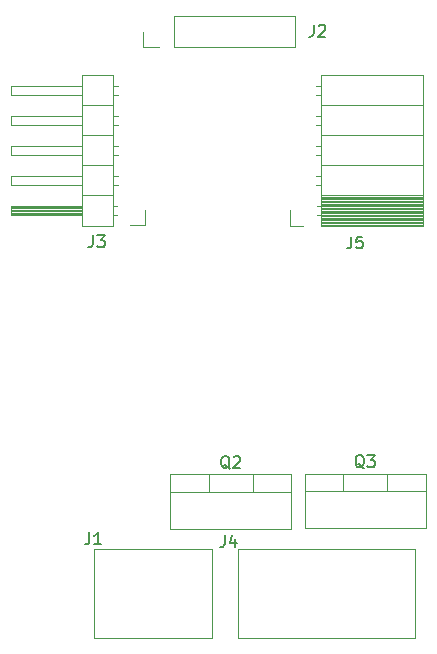
<source format=gbr>
%TF.GenerationSoftware,KiCad,Pcbnew,7.0.6-1.fc38*%
%TF.CreationDate,2023-08-19T18:40:52-03:00*%
%TF.ProjectId,CeilingFanControl,4365696c-696e-4674-9661-6e436f6e7472,rev?*%
%TF.SameCoordinates,Original*%
%TF.FileFunction,Legend,Top*%
%TF.FilePolarity,Positive*%
%FSLAX46Y46*%
G04 Gerber Fmt 4.6, Leading zero omitted, Abs format (unit mm)*
G04 Created by KiCad (PCBNEW 7.0.6-1.fc38) date 2023-08-19 18:40:52*
%MOMM*%
%LPD*%
G01*
G04 APERTURE LIST*
%ADD10C,0.150000*%
%ADD11C,0.120000*%
%ADD12C,0.100000*%
G04 APERTURE END LIST*
D10*
X34966666Y-18754819D02*
X34966666Y-19469104D01*
X34966666Y-19469104D02*
X34919047Y-19611961D01*
X34919047Y-19611961D02*
X34823809Y-19707200D01*
X34823809Y-19707200D02*
X34680952Y-19754819D01*
X34680952Y-19754819D02*
X34585714Y-19754819D01*
X35395238Y-18850057D02*
X35442857Y-18802438D01*
X35442857Y-18802438D02*
X35538095Y-18754819D01*
X35538095Y-18754819D02*
X35776190Y-18754819D01*
X35776190Y-18754819D02*
X35871428Y-18802438D01*
X35871428Y-18802438D02*
X35919047Y-18850057D01*
X35919047Y-18850057D02*
X35966666Y-18945295D01*
X35966666Y-18945295D02*
X35966666Y-19040533D01*
X35966666Y-19040533D02*
X35919047Y-19183390D01*
X35919047Y-19183390D02*
X35347619Y-19754819D01*
X35347619Y-19754819D02*
X35966666Y-19754819D01*
X15966666Y-61724819D02*
X15966666Y-62439104D01*
X15966666Y-62439104D02*
X15919047Y-62581961D01*
X15919047Y-62581961D02*
X15823809Y-62677200D01*
X15823809Y-62677200D02*
X15680952Y-62724819D01*
X15680952Y-62724819D02*
X15585714Y-62724819D01*
X16966666Y-62724819D02*
X16395238Y-62724819D01*
X16680952Y-62724819D02*
X16680952Y-61724819D01*
X16680952Y-61724819D02*
X16585714Y-61867676D01*
X16585714Y-61867676D02*
X16490476Y-61962914D01*
X16490476Y-61962914D02*
X16395238Y-62010533D01*
X16276666Y-36584819D02*
X16276666Y-37299104D01*
X16276666Y-37299104D02*
X16229047Y-37441961D01*
X16229047Y-37441961D02*
X16133809Y-37537200D01*
X16133809Y-37537200D02*
X15990952Y-37584819D01*
X15990952Y-37584819D02*
X15895714Y-37584819D01*
X16657619Y-36584819D02*
X17276666Y-36584819D01*
X17276666Y-36584819D02*
X16943333Y-36965771D01*
X16943333Y-36965771D02*
X17086190Y-36965771D01*
X17086190Y-36965771D02*
X17181428Y-37013390D01*
X17181428Y-37013390D02*
X17229047Y-37061009D01*
X17229047Y-37061009D02*
X17276666Y-37156247D01*
X17276666Y-37156247D02*
X17276666Y-37394342D01*
X17276666Y-37394342D02*
X17229047Y-37489580D01*
X17229047Y-37489580D02*
X17181428Y-37537200D01*
X17181428Y-37537200D02*
X17086190Y-37584819D01*
X17086190Y-37584819D02*
X16800476Y-37584819D01*
X16800476Y-37584819D02*
X16705238Y-37537200D01*
X16705238Y-37537200D02*
X16657619Y-37489580D01*
X39234761Y-56290057D02*
X39139523Y-56242438D01*
X39139523Y-56242438D02*
X39044285Y-56147200D01*
X39044285Y-56147200D02*
X38901428Y-56004342D01*
X38901428Y-56004342D02*
X38806190Y-55956723D01*
X38806190Y-55956723D02*
X38710952Y-55956723D01*
X38758571Y-56194819D02*
X38663333Y-56147200D01*
X38663333Y-56147200D02*
X38568095Y-56051961D01*
X38568095Y-56051961D02*
X38520476Y-55861485D01*
X38520476Y-55861485D02*
X38520476Y-55528152D01*
X38520476Y-55528152D02*
X38568095Y-55337676D01*
X38568095Y-55337676D02*
X38663333Y-55242438D01*
X38663333Y-55242438D02*
X38758571Y-55194819D01*
X38758571Y-55194819D02*
X38949047Y-55194819D01*
X38949047Y-55194819D02*
X39044285Y-55242438D01*
X39044285Y-55242438D02*
X39139523Y-55337676D01*
X39139523Y-55337676D02*
X39187142Y-55528152D01*
X39187142Y-55528152D02*
X39187142Y-55861485D01*
X39187142Y-55861485D02*
X39139523Y-56051961D01*
X39139523Y-56051961D02*
X39044285Y-56147200D01*
X39044285Y-56147200D02*
X38949047Y-56194819D01*
X38949047Y-56194819D02*
X38758571Y-56194819D01*
X39520476Y-55194819D02*
X40139523Y-55194819D01*
X40139523Y-55194819D02*
X39806190Y-55575771D01*
X39806190Y-55575771D02*
X39949047Y-55575771D01*
X39949047Y-55575771D02*
X40044285Y-55623390D01*
X40044285Y-55623390D02*
X40091904Y-55671009D01*
X40091904Y-55671009D02*
X40139523Y-55766247D01*
X40139523Y-55766247D02*
X40139523Y-56004342D01*
X40139523Y-56004342D02*
X40091904Y-56099580D01*
X40091904Y-56099580D02*
X40044285Y-56147200D01*
X40044285Y-56147200D02*
X39949047Y-56194819D01*
X39949047Y-56194819D02*
X39663333Y-56194819D01*
X39663333Y-56194819D02*
X39568095Y-56147200D01*
X39568095Y-56147200D02*
X39520476Y-56099580D01*
X38146666Y-36674819D02*
X38146666Y-37389104D01*
X38146666Y-37389104D02*
X38099047Y-37531961D01*
X38099047Y-37531961D02*
X38003809Y-37627200D01*
X38003809Y-37627200D02*
X37860952Y-37674819D01*
X37860952Y-37674819D02*
X37765714Y-37674819D01*
X39099047Y-36674819D02*
X38622857Y-36674819D01*
X38622857Y-36674819D02*
X38575238Y-37151009D01*
X38575238Y-37151009D02*
X38622857Y-37103390D01*
X38622857Y-37103390D02*
X38718095Y-37055771D01*
X38718095Y-37055771D02*
X38956190Y-37055771D01*
X38956190Y-37055771D02*
X39051428Y-37103390D01*
X39051428Y-37103390D02*
X39099047Y-37151009D01*
X39099047Y-37151009D02*
X39146666Y-37246247D01*
X39146666Y-37246247D02*
X39146666Y-37484342D01*
X39146666Y-37484342D02*
X39099047Y-37579580D01*
X39099047Y-37579580D02*
X39051428Y-37627200D01*
X39051428Y-37627200D02*
X38956190Y-37674819D01*
X38956190Y-37674819D02*
X38718095Y-37674819D01*
X38718095Y-37674819D02*
X38622857Y-37627200D01*
X38622857Y-37627200D02*
X38575238Y-37579580D01*
X27426666Y-61974819D02*
X27426666Y-62689104D01*
X27426666Y-62689104D02*
X27379047Y-62831961D01*
X27379047Y-62831961D02*
X27283809Y-62927200D01*
X27283809Y-62927200D02*
X27140952Y-62974819D01*
X27140952Y-62974819D02*
X27045714Y-62974819D01*
X28331428Y-62308152D02*
X28331428Y-62974819D01*
X28093333Y-61927200D02*
X27855238Y-62641485D01*
X27855238Y-62641485D02*
X28474285Y-62641485D01*
X27864761Y-56350057D02*
X27769523Y-56302438D01*
X27769523Y-56302438D02*
X27674285Y-56207200D01*
X27674285Y-56207200D02*
X27531428Y-56064342D01*
X27531428Y-56064342D02*
X27436190Y-56016723D01*
X27436190Y-56016723D02*
X27340952Y-56016723D01*
X27388571Y-56254819D02*
X27293333Y-56207200D01*
X27293333Y-56207200D02*
X27198095Y-56111961D01*
X27198095Y-56111961D02*
X27150476Y-55921485D01*
X27150476Y-55921485D02*
X27150476Y-55588152D01*
X27150476Y-55588152D02*
X27198095Y-55397676D01*
X27198095Y-55397676D02*
X27293333Y-55302438D01*
X27293333Y-55302438D02*
X27388571Y-55254819D01*
X27388571Y-55254819D02*
X27579047Y-55254819D01*
X27579047Y-55254819D02*
X27674285Y-55302438D01*
X27674285Y-55302438D02*
X27769523Y-55397676D01*
X27769523Y-55397676D02*
X27817142Y-55588152D01*
X27817142Y-55588152D02*
X27817142Y-55921485D01*
X27817142Y-55921485D02*
X27769523Y-56111961D01*
X27769523Y-56111961D02*
X27674285Y-56207200D01*
X27674285Y-56207200D02*
X27579047Y-56254819D01*
X27579047Y-56254819D02*
X27388571Y-56254819D01*
X28198095Y-55350057D02*
X28245714Y-55302438D01*
X28245714Y-55302438D02*
X28340952Y-55254819D01*
X28340952Y-55254819D02*
X28579047Y-55254819D01*
X28579047Y-55254819D02*
X28674285Y-55302438D01*
X28674285Y-55302438D02*
X28721904Y-55350057D01*
X28721904Y-55350057D02*
X28769523Y-55445295D01*
X28769523Y-55445295D02*
X28769523Y-55540533D01*
X28769523Y-55540533D02*
X28721904Y-55683390D01*
X28721904Y-55683390D02*
X28150476Y-56254819D01*
X28150476Y-56254819D02*
X28769523Y-56254819D01*
D11*
%TO.C,J2*%
X20540000Y-20660000D02*
X20540000Y-19330000D01*
X21870000Y-20660000D02*
X20540000Y-20660000D01*
X23140000Y-20660000D02*
X33360000Y-20660000D01*
X23140000Y-20660000D02*
X23140000Y-18000000D01*
X33360000Y-20660000D02*
X33360000Y-18000000D01*
X23140000Y-18000000D02*
X33360000Y-18000000D01*
D12*
%TO.C,J1*%
X16400000Y-63150000D02*
X26400000Y-63150000D01*
X16400000Y-70650000D02*
X16400000Y-63150000D01*
X26400000Y-63150000D02*
X26400000Y-70650000D01*
X26400000Y-70650000D02*
X16400000Y-70650000D01*
D11*
%TO.C,J3*%
X20720000Y-35720000D02*
X19450000Y-35720000D01*
X20720000Y-34450000D02*
X20720000Y-35720000D01*
X18407071Y-32290000D02*
X18010000Y-32290000D01*
X18407071Y-31530000D02*
X18010000Y-31530000D01*
X18407071Y-29750000D02*
X18010000Y-29750000D01*
X18407071Y-28990000D02*
X18010000Y-28990000D01*
X18407071Y-27210000D02*
X18010000Y-27210000D01*
X18407071Y-26450000D02*
X18010000Y-26450000D01*
X18407071Y-24670000D02*
X18010000Y-24670000D01*
X18407071Y-23910000D02*
X18010000Y-23910000D01*
X18340000Y-34830000D02*
X18010000Y-34830000D01*
X18340000Y-34070000D02*
X18010000Y-34070000D01*
X18010000Y-35780000D02*
X18010000Y-22960000D01*
X18010000Y-33180000D02*
X15350000Y-33180000D01*
X18010000Y-30640000D02*
X15350000Y-30640000D01*
X18010000Y-28100000D02*
X15350000Y-28100000D01*
X18010000Y-25560000D02*
X15350000Y-25560000D01*
X18010000Y-22960000D02*
X15350000Y-22960000D01*
X15350000Y-35780000D02*
X18010000Y-35780000D01*
X15350000Y-34830000D02*
X9350000Y-34830000D01*
X15350000Y-34770000D02*
X9350000Y-34770000D01*
X15350000Y-34650000D02*
X9350000Y-34650000D01*
X15350000Y-34530000D02*
X9350000Y-34530000D01*
X15350000Y-34410000D02*
X9350000Y-34410000D01*
X15350000Y-34290000D02*
X9350000Y-34290000D01*
X15350000Y-34170000D02*
X9350000Y-34170000D01*
X15350000Y-32290000D02*
X9350000Y-32290000D01*
X15350000Y-29750000D02*
X9350000Y-29750000D01*
X15350000Y-27210000D02*
X9350000Y-27210000D01*
X15350000Y-24670000D02*
X9350000Y-24670000D01*
X15350000Y-22960000D02*
X15350000Y-35780000D01*
X9350000Y-34830000D02*
X9350000Y-34070000D01*
X9350000Y-34070000D02*
X15350000Y-34070000D01*
X9350000Y-32290000D02*
X9350000Y-31530000D01*
X9350000Y-31530000D02*
X15350000Y-31530000D01*
X9350000Y-29750000D02*
X9350000Y-28990000D01*
X9350000Y-28990000D02*
X15350000Y-28990000D01*
X9350000Y-27210000D02*
X9350000Y-26450000D01*
X9350000Y-26450000D02*
X15350000Y-26450000D01*
X9350000Y-24670000D02*
X9350000Y-23910000D01*
X9350000Y-23910000D02*
X15350000Y-23910000D01*
%TO.C,Q3*%
X44450000Y-56740000D02*
X44450000Y-61381000D01*
X41181000Y-56740000D02*
X41181000Y-58250000D01*
X37480000Y-56740000D02*
X37480000Y-58250000D01*
X34210000Y-61381000D02*
X44450000Y-61381000D01*
X34210000Y-58250000D02*
X44450000Y-58250000D01*
X34210000Y-56740000D02*
X44450000Y-56740000D01*
X34210000Y-56740000D02*
X34210000Y-61381000D01*
%TO.C,J5*%
X44190000Y-35780000D02*
X44190000Y-22960000D01*
X44190000Y-35780000D02*
X35560000Y-35780000D01*
X44190000Y-35660000D02*
X35560000Y-35660000D01*
X44190000Y-35541905D02*
X35560000Y-35541905D01*
X44190000Y-35423810D02*
X35560000Y-35423810D01*
X44190000Y-35305715D02*
X35560000Y-35305715D01*
X44190000Y-35187620D02*
X35560000Y-35187620D01*
X44190000Y-35069525D02*
X35560000Y-35069525D01*
X44190000Y-34951430D02*
X35560000Y-34951430D01*
X44190000Y-34833335D02*
X35560000Y-34833335D01*
X44190000Y-34715240D02*
X35560000Y-34715240D01*
X44190000Y-34597145D02*
X35560000Y-34597145D01*
X44190000Y-34479050D02*
X35560000Y-34479050D01*
X44190000Y-34360955D02*
X35560000Y-34360955D01*
X44190000Y-34242860D02*
X35560000Y-34242860D01*
X44190000Y-34124765D02*
X35560000Y-34124765D01*
X44190000Y-34006670D02*
X35560000Y-34006670D01*
X44190000Y-33888575D02*
X35560000Y-33888575D01*
X44190000Y-33770480D02*
X35560000Y-33770480D01*
X44190000Y-33652385D02*
X35560000Y-33652385D01*
X44190000Y-33534290D02*
X35560000Y-33534290D01*
X44190000Y-33416195D02*
X35560000Y-33416195D01*
X44190000Y-33298100D02*
X35560000Y-33298100D01*
X44190000Y-33180000D02*
X35560000Y-33180000D01*
X44190000Y-30640000D02*
X35560000Y-30640000D01*
X44190000Y-28100000D02*
X35560000Y-28100000D01*
X44190000Y-25560000D02*
X35560000Y-25560000D01*
X44190000Y-22960000D02*
X35560000Y-22960000D01*
X35560000Y-35780000D02*
X35560000Y-22960000D01*
X35560000Y-34810000D02*
X35210000Y-34810000D01*
X35560000Y-34090000D02*
X35210000Y-34090000D01*
X35560000Y-32270000D02*
X35150000Y-32270000D01*
X35560000Y-31550000D02*
X35150000Y-31550000D01*
X35560000Y-29730000D02*
X35150000Y-29730000D01*
X35560000Y-29010000D02*
X35150000Y-29010000D01*
X35560000Y-27190000D02*
X35150000Y-27190000D01*
X35560000Y-26470000D02*
X35150000Y-26470000D01*
X35560000Y-24650000D02*
X35150000Y-24650000D01*
X35560000Y-23930000D02*
X35150000Y-23930000D01*
X34100000Y-35780000D02*
X32990000Y-35780000D01*
X32990000Y-35780000D02*
X32990000Y-34450000D01*
D12*
%TO.C,J4*%
X43550000Y-70650000D02*
X28550000Y-70650000D01*
X43550000Y-63150000D02*
X43550000Y-70650000D01*
X28550000Y-70650000D02*
X28550000Y-63150000D01*
X28550000Y-63150000D02*
X43550000Y-63150000D01*
D11*
%TO.C,Q2*%
X33080000Y-56800000D02*
X33080000Y-61441000D01*
X29811000Y-56800000D02*
X29811000Y-58310000D01*
X26110000Y-56800000D02*
X26110000Y-58310000D01*
X22840000Y-61441000D02*
X33080000Y-61441000D01*
X22840000Y-58310000D02*
X33080000Y-58310000D01*
X22840000Y-56800000D02*
X33080000Y-56800000D01*
X22840000Y-56800000D02*
X22840000Y-61441000D01*
%TD*%
M02*

</source>
